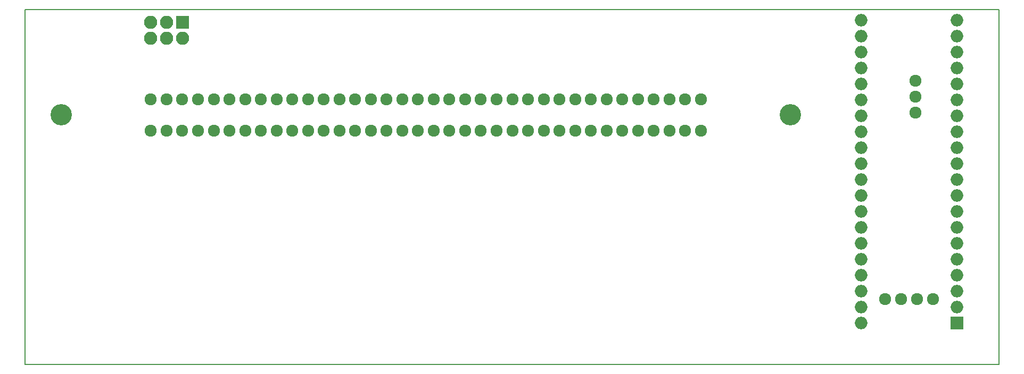
<source format=gbr>
G04 #@! TF.FileFunction,Soldermask,Bot*
%FSLAX46Y46*%
G04 Gerber Fmt 4.6, Leading zero omitted, Abs format (unit mm)*
G04 Created by KiCad (PCBNEW 4.0.4-stable) date 11/18/18 17:44:53*
%MOMM*%
%LPD*%
G01*
G04 APERTURE LIST*
%ADD10C,0.100000*%
%ADD11C,0.150000*%
%ADD12C,1.924000*%
%ADD13R,2.100000X2.100000*%
%ADD14O,2.100000X2.100000*%
%ADD15R,2.000000X2.000000*%
%ADD16O,2.000000X2.000000*%
%ADD17C,3.400000*%
G04 APERTURE END LIST*
D10*
D11*
X225200000Y-69800000D02*
X225200000Y-126400000D01*
X70200000Y-69800000D02*
X225200000Y-69800000D01*
X70200000Y-126400000D02*
X70200000Y-69800000D01*
X225200000Y-126400000D02*
X70200000Y-126400000D01*
D12*
X177741350Y-89107334D03*
X175241350Y-89107334D03*
X172741350Y-89107334D03*
X170241350Y-89107334D03*
X167741350Y-89107334D03*
X165241350Y-89107334D03*
X162741350Y-89107334D03*
X160241350Y-89107334D03*
X157741350Y-89107334D03*
X155241350Y-89107334D03*
X152741350Y-89107334D03*
X150241350Y-89107334D03*
X147741350Y-89107334D03*
X145241350Y-89107334D03*
X142741350Y-89107334D03*
X140241350Y-89107334D03*
X137741350Y-89107334D03*
X135241350Y-89107334D03*
X132741350Y-89107334D03*
X130241350Y-89107334D03*
X127741350Y-89107334D03*
X125241350Y-89107334D03*
X122741350Y-89107334D03*
X120241350Y-89107334D03*
X117741350Y-89107334D03*
X115241350Y-89107334D03*
X112741350Y-89107334D03*
X110241350Y-89107334D03*
X107741350Y-89107334D03*
X105241350Y-89107334D03*
X102741350Y-89107334D03*
X100241350Y-89107334D03*
X97741350Y-89107334D03*
X95241350Y-89107334D03*
X92741350Y-89107334D03*
X90241350Y-89107334D03*
X177741350Y-84107334D03*
X175241350Y-84107334D03*
X172741350Y-84107334D03*
X170241350Y-84107334D03*
X167741350Y-84107334D03*
X165241350Y-84107334D03*
X162741350Y-84107334D03*
X160241350Y-84107334D03*
X157741350Y-84107334D03*
X155241350Y-84107334D03*
X152741350Y-84107334D03*
X150241350Y-84107334D03*
X147741350Y-84107334D03*
X145241350Y-84107334D03*
X142741350Y-84107334D03*
X140241350Y-84107334D03*
X137741350Y-84107334D03*
X135241350Y-84107334D03*
X132741350Y-84107334D03*
X130241350Y-84107334D03*
X127741350Y-84107334D03*
X125241350Y-84107334D03*
X122741350Y-84107334D03*
X120241350Y-84107334D03*
X117741350Y-84107334D03*
X115241350Y-84107334D03*
X112741350Y-84107334D03*
X110241350Y-84107334D03*
X107741350Y-84107334D03*
X105241350Y-84107334D03*
X102741350Y-84107334D03*
X100241350Y-84107334D03*
X97741350Y-84107334D03*
X95241350Y-84107334D03*
X92741350Y-84107334D03*
X90241350Y-84107334D03*
D13*
X95291350Y-71807334D03*
D14*
X95291350Y-74347334D03*
X92751350Y-71807334D03*
X92751350Y-74347334D03*
X90211350Y-71807334D03*
X90211350Y-74347334D03*
D15*
X218466350Y-119807334D03*
D16*
X203226350Y-71547334D03*
X218466350Y-117267334D03*
X203226350Y-74087334D03*
X218466350Y-114727334D03*
X203226350Y-76627334D03*
X218466350Y-112187334D03*
X203226350Y-79167334D03*
X218466350Y-109647334D03*
X203226350Y-81707334D03*
X218466350Y-107107334D03*
X203226350Y-84247334D03*
X218466350Y-104567334D03*
X203226350Y-86787334D03*
X218466350Y-102027334D03*
X203226350Y-89327334D03*
X218466350Y-99487334D03*
X203226350Y-91867334D03*
X218466350Y-96947334D03*
X203226350Y-94407334D03*
X218466350Y-94407334D03*
X203226350Y-96947334D03*
X218466350Y-91867334D03*
X203226350Y-99487334D03*
X218466350Y-89327334D03*
X203226350Y-102027334D03*
X218466350Y-86787334D03*
X203226350Y-104567334D03*
X218466350Y-84247334D03*
X203226350Y-107107334D03*
X218466350Y-81707334D03*
X203226350Y-109647334D03*
X218466350Y-79167334D03*
X203226350Y-112187334D03*
X218466350Y-76627334D03*
X203226350Y-114727334D03*
X218466350Y-74087334D03*
X203226350Y-117267334D03*
X218466350Y-71547334D03*
X203226350Y-119807334D03*
D12*
X207036350Y-115997334D03*
X209576350Y-115997334D03*
X212116350Y-115997334D03*
X214656350Y-115997334D03*
X211862350Y-86279334D03*
X211862350Y-83739334D03*
X211862350Y-81199334D03*
D17*
X192000000Y-86600000D03*
X76000000Y-86600000D03*
M02*

</source>
